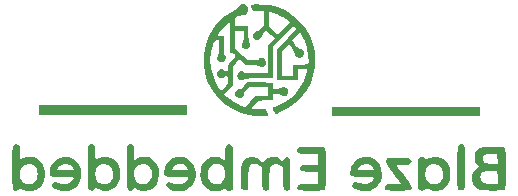
<source format=gbr>
%TF.GenerationSoftware,KiCad,Pcbnew,7.0.2*%
%TF.CreationDate,2024-01-21T19:49:34+02:00*%
%TF.ProjectId,illuminati_ws,696c6c75-6d69-46e6-9174-695f77732e6b,rev?*%
%TF.SameCoordinates,Original*%
%TF.FileFunction,Legend,Bot*%
%TF.FilePolarity,Positive*%
%FSLAX46Y46*%
G04 Gerber Fmt 4.6, Leading zero omitted, Abs format (unit mm)*
G04 Created by KiCad (PCBNEW 7.0.2) date 2024-01-21 19:49:34*
%MOMM*%
%LPD*%
G01*
G04 APERTURE LIST*
G04 APERTURE END LIST*
%TO.C,G\u002A\u002A\u002A*%
G36*
X168424836Y-124362294D02*
G01*
X155891576Y-124334026D01*
X155858916Y-123528118D01*
X168424836Y-123528118D01*
X168424836Y-124362294D01*
G37*
G36*
X143636214Y-124250656D02*
G01*
X131075164Y-124250656D01*
X131075164Y-123416958D01*
X143636214Y-123416958D01*
X143636214Y-124250656D01*
G37*
G36*
X167035340Y-126807330D02*
G01*
X167045784Y-126818088D01*
X167074612Y-126855356D01*
X167097350Y-126906666D01*
X167114716Y-126984160D01*
X167127432Y-127099976D01*
X167136218Y-127266254D01*
X167141798Y-127495134D01*
X167144890Y-127798754D01*
X167146216Y-128189254D01*
X167146498Y-128678774D01*
X167146306Y-129010746D01*
X167144984Y-129439018D01*
X167141884Y-129775798D01*
X167136398Y-130033020D01*
X167127926Y-130222614D01*
X167115862Y-130356516D01*
X167099600Y-130446660D01*
X167078540Y-130504974D01*
X167052074Y-130543398D01*
X166970276Y-130604294D01*
X166789338Y-130631144D01*
X166717322Y-130621022D01*
X166648668Y-130596922D01*
X166594730Y-130549146D01*
X166553888Y-130466758D01*
X166524520Y-130338826D01*
X166505004Y-130154416D01*
X166493718Y-129902594D01*
X166489040Y-129572428D01*
X166489348Y-129152982D01*
X166493024Y-128633324D01*
X166496916Y-128204658D01*
X166501700Y-127809612D01*
X166507636Y-127502490D01*
X166515542Y-127270918D01*
X166526234Y-127102516D01*
X166540528Y-126984910D01*
X166559244Y-126905720D01*
X166583200Y-126852570D01*
X166613210Y-126813082D01*
X166730258Y-126722572D01*
X166881738Y-126709540D01*
X167035340Y-126807330D01*
G37*
G36*
X165915264Y-129332540D02*
G01*
X165856932Y-129739128D01*
X165713222Y-130088976D01*
X165488856Y-130372544D01*
X165188560Y-130580290D01*
X165108424Y-130616160D01*
X164768446Y-130695986D01*
X164417938Y-130673424D01*
X164081440Y-130549164D01*
X163808122Y-130400404D01*
X163723394Y-130521374D01*
X163670764Y-130577604D01*
X163521774Y-130640054D01*
X163360946Y-130620384D01*
X163231270Y-130518814D01*
X163215996Y-130493274D01*
X163190328Y-130420836D01*
X163171424Y-130309382D01*
X163158350Y-130144484D01*
X163150170Y-129911722D01*
X163145948Y-129596668D01*
X163144978Y-129263904D01*
X163787690Y-129263904D01*
X163787788Y-129295404D01*
X163825468Y-129573776D01*
X163940656Y-129792378D01*
X164148620Y-129981572D01*
X164270652Y-130053584D01*
X164519264Y-130120410D01*
X164760178Y-130093156D01*
X164976670Y-129982300D01*
X165152016Y-129798314D01*
X165269488Y-129551672D01*
X165312364Y-129252844D01*
X165308458Y-129153818D01*
X165239812Y-128853032D01*
X165093174Y-128615696D01*
X164878446Y-128454036D01*
X164605534Y-128380278D01*
X164373882Y-128389774D01*
X164129594Y-128485770D01*
X163945798Y-128668500D01*
X163829496Y-128930400D01*
X163787690Y-129263904D01*
X163144978Y-129263904D01*
X163144748Y-129184898D01*
X163144890Y-128953830D01*
X163146388Y-128609742D01*
X163150564Y-128353516D01*
X163158682Y-128170092D01*
X163172010Y-128044418D01*
X163191812Y-127961440D01*
X163219356Y-127906100D01*
X163255908Y-127863348D01*
X163403510Y-127768362D01*
X163564030Y-127775404D01*
X163725006Y-127892796D01*
X163855316Y-128033402D01*
X164046058Y-127920862D01*
X164145964Y-127868612D01*
X164473486Y-127774618D01*
X164813202Y-127778792D01*
X165140484Y-127878468D01*
X165430698Y-128070972D01*
X165519398Y-128156288D01*
X165727194Y-128427526D01*
X165853730Y-128739818D01*
X165911588Y-129120618D01*
X165913882Y-129252844D01*
X165915264Y-129332540D01*
G37*
G36*
X134670598Y-129193812D02*
G01*
X134634496Y-129603420D01*
X134561846Y-129851444D01*
X134377364Y-130180590D01*
X134108046Y-130438294D01*
X133756388Y-130621664D01*
X133563004Y-130670452D01*
X133291340Y-130689188D01*
X133004374Y-130668006D01*
X132727242Y-130612264D01*
X132485082Y-130527318D01*
X132303028Y-130418528D01*
X132206220Y-130291252D01*
X132191044Y-130238520D01*
X132187408Y-130071298D01*
X132261792Y-129962340D01*
X132316944Y-129939504D01*
X132448720Y-129922114D01*
X132579508Y-129932550D01*
X132655738Y-129969798D01*
X132682918Y-129990936D01*
X132795516Y-130038034D01*
X132958028Y-130084900D01*
X133019178Y-130098124D01*
X133338782Y-130112464D01*
X133615344Y-130024350D01*
X133849080Y-129833724D01*
X133901722Y-129773138D01*
X133986138Y-129665438D01*
X134020474Y-129587406D01*
X133994546Y-129534266D01*
X133898180Y-129501248D01*
X133721196Y-129483574D01*
X133453412Y-129476470D01*
X133084654Y-129475164D01*
X132900672Y-129474976D01*
X132603442Y-129472764D01*
X132391434Y-129466564D01*
X132247306Y-129454534D01*
X132153708Y-129434830D01*
X132093300Y-129405608D01*
X132048732Y-129365022D01*
X131989310Y-129240542D01*
X131978482Y-129036640D01*
X132001118Y-128919366D01*
X132637182Y-128919366D01*
X133329040Y-128919366D01*
X133356602Y-128919346D01*
X133615596Y-128917182D01*
X133826704Y-128911944D01*
X133968834Y-128904368D01*
X134020898Y-128895194D01*
X133979876Y-128753806D01*
X133872740Y-128597720D01*
X133730488Y-128474960D01*
X133719582Y-128468452D01*
X133484988Y-128383042D01*
X133236774Y-128376568D01*
X133003378Y-128441366D01*
X132813236Y-128569772D01*
X132694788Y-128754120D01*
X132637182Y-128919366D01*
X132001118Y-128919366D01*
X132025530Y-128792892D01*
X132127818Y-128536898D01*
X132297302Y-128284532D01*
X132551390Y-128047242D01*
X132848212Y-127873624D01*
X133162736Y-127777904D01*
X133469926Y-127774304D01*
X133606324Y-127802862D01*
X133955022Y-127946118D01*
X134244836Y-128171038D01*
X134466730Y-128463424D01*
X134611664Y-128809080D01*
X134624856Y-128895194D01*
X134670598Y-129193812D01*
G37*
G36*
X161650952Y-127863454D02*
G01*
X161955060Y-127865436D01*
X162172494Y-127871426D01*
X162321146Y-127883378D01*
X162418912Y-127903240D01*
X162483690Y-127932968D01*
X162533370Y-127974508D01*
X162607736Y-128070414D01*
X162644530Y-128169038D01*
X162615812Y-128253530D01*
X162533370Y-128363566D01*
X162505026Y-128389476D01*
X162429870Y-128433408D01*
X162319972Y-128459312D01*
X162149896Y-128471610D01*
X161894202Y-128474726D01*
X161757738Y-128475860D01*
X161556306Y-128482482D01*
X161417744Y-128493702D01*
X161366192Y-128508000D01*
X161366884Y-128510776D01*
X161407678Y-128575950D01*
X161502220Y-128708558D01*
X161637666Y-128890952D01*
X161801166Y-129105484D01*
X161976902Y-129333674D01*
X162162598Y-129575268D01*
X162324420Y-129786260D01*
X162440336Y-129937956D01*
X162503192Y-130026604D01*
X162616048Y-130249894D01*
X162641846Y-130437162D01*
X162577834Y-130575646D01*
X162550394Y-130590952D01*
X162435126Y-130614132D01*
X162230816Y-130630114D01*
X161930144Y-130639362D01*
X161525786Y-130642342D01*
X161194382Y-130641186D01*
X160915128Y-130636392D01*
X160717140Y-130626660D01*
X160584650Y-130610706D01*
X160501890Y-130587248D01*
X160453094Y-130555002D01*
X160416982Y-130513346D01*
X160369136Y-130368840D01*
X160423290Y-130194048D01*
X160425392Y-130190188D01*
X160462598Y-130143814D01*
X160526604Y-130113660D01*
X160638494Y-130096330D01*
X160819348Y-130088424D01*
X161090248Y-130086542D01*
X161277822Y-130084316D01*
X161500626Y-130073780D01*
X161647020Y-130055976D01*
X161699672Y-130032444D01*
X161699672Y-130032382D01*
X161666824Y-129973078D01*
X161575878Y-129841216D01*
X161437534Y-129651474D01*
X161262494Y-129418530D01*
X161061456Y-129157060D01*
X161057772Y-129152320D01*
X160812450Y-128831888D01*
X160632876Y-128583256D01*
X160513110Y-128393510D01*
X160447212Y-128249728D01*
X160429240Y-128138992D01*
X160453256Y-128048386D01*
X160513318Y-127964990D01*
X160519358Y-127958520D01*
X160566518Y-127922084D01*
X160637936Y-127896230D01*
X160750992Y-127879196D01*
X160923064Y-127869214D01*
X161171526Y-127864520D01*
X161513756Y-127863348D01*
X161650952Y-127863454D01*
G37*
G36*
X160107464Y-129255200D02*
G01*
X160095086Y-129476326D01*
X159998628Y-129854970D01*
X159813782Y-130180694D01*
X159548962Y-130440642D01*
X159212586Y-130621958D01*
X159064088Y-130660790D01*
X158780606Y-130686024D01*
X158468428Y-130672440D01*
X158172058Y-130622884D01*
X157935994Y-130540208D01*
X157876982Y-130508218D01*
X157689164Y-130366136D01*
X157609454Y-130215282D01*
X157635432Y-130051722D01*
X157643584Y-130035446D01*
X157753602Y-129938668D01*
X157921666Y-129924818D01*
X158131426Y-129995744D01*
X158235630Y-130041312D01*
X158561336Y-130112000D01*
X158887996Y-130088972D01*
X159029252Y-130037160D01*
X159214564Y-129916724D01*
X159359590Y-129765912D01*
X159430736Y-129614114D01*
X159432780Y-129576950D01*
X159414872Y-129546240D01*
X159361234Y-129523992D01*
X159256786Y-129507982D01*
X159086448Y-129495988D01*
X158835140Y-129485790D01*
X158487784Y-129475164D01*
X158235152Y-129467594D01*
X157927266Y-129454744D01*
X157707364Y-129435262D01*
X157561400Y-129403208D01*
X157475326Y-129352644D01*
X157435098Y-129277636D01*
X157426668Y-129172242D01*
X157435990Y-129030526D01*
X157443284Y-128964418D01*
X157464437Y-128888816D01*
X158086980Y-128888816D01*
X158087624Y-128890134D01*
X158150442Y-128901534D01*
X158301094Y-128910824D01*
X158518538Y-128917076D01*
X158781728Y-128919366D01*
X158811722Y-128919338D01*
X159070984Y-128916574D01*
X159282228Y-128909950D01*
X159424408Y-128900388D01*
X159476476Y-128888816D01*
X159476324Y-128886672D01*
X159449996Y-128815424D01*
X159392166Y-128695226D01*
X159338262Y-128612122D01*
X159156788Y-128460798D01*
X158923002Y-128377896D01*
X158666942Y-128371044D01*
X158418640Y-128447878D01*
X158342674Y-128500720D01*
X158221696Y-128627386D01*
X158125928Y-128770762D01*
X158086980Y-128888816D01*
X157464437Y-128888816D01*
X157538598Y-128623758D01*
X157715842Y-128320144D01*
X157957794Y-128068384D01*
X158247228Y-127883282D01*
X158566920Y-127779648D01*
X158899648Y-127772286D01*
X159067624Y-127805336D01*
X159414752Y-127948308D01*
X159701306Y-128175838D01*
X159918278Y-128476866D01*
X160056666Y-128840338D01*
X160062602Y-128888816D01*
X160107464Y-129255200D01*
G37*
G36*
X147526032Y-129243404D02*
G01*
X147523500Y-129634160D01*
X147518652Y-129938254D01*
X147510934Y-130167560D01*
X147499792Y-130333954D01*
X147484672Y-130449308D01*
X147465020Y-130525496D01*
X147440284Y-130574394D01*
X147385872Y-130633194D01*
X147235762Y-130696242D01*
X147071038Y-130672306D01*
X146927930Y-130562244D01*
X146821206Y-130426566D01*
X146553208Y-130562244D01*
X146306138Y-130659132D01*
X145967902Y-130704714D01*
X145647522Y-130654422D01*
X145357422Y-130517118D01*
X145110028Y-130301664D01*
X144917768Y-130016924D01*
X144793068Y-129671760D01*
X144748354Y-129275034D01*
X144748642Y-129267134D01*
X145360566Y-129267134D01*
X145409782Y-129551264D01*
X145522618Y-129799780D01*
X145692670Y-129981056D01*
X145872390Y-130074200D01*
X146132526Y-130115482D01*
X146385760Y-130060596D01*
X146609756Y-129915582D01*
X146782168Y-129686480D01*
X146839820Y-129493186D01*
X146856654Y-129242264D01*
X146832124Y-128984562D01*
X146767030Y-128768358D01*
X146704216Y-128661344D01*
X146521876Y-128486814D01*
X146296046Y-128389910D01*
X146051260Y-128370494D01*
X145812048Y-128428430D01*
X145602944Y-128563576D01*
X145448478Y-128775796D01*
X145381380Y-128979020D01*
X145360566Y-129267134D01*
X144748642Y-129267134D01*
X144756138Y-129061402D01*
X144779262Y-128845300D01*
X144812438Y-128691444D01*
X144917758Y-128452344D01*
X145125766Y-128164620D01*
X145385524Y-127949436D01*
X145680446Y-127813622D01*
X145993948Y-127764012D01*
X146309448Y-127807436D01*
X146610360Y-127950728D01*
X146663158Y-127985962D01*
X146777224Y-128057292D01*
X146834526Y-128085668D01*
X146842626Y-128054852D01*
X146851530Y-127933564D01*
X146857602Y-127741654D01*
X146859846Y-127502078D01*
X146861238Y-127286514D01*
X146869192Y-127086980D01*
X146887600Y-126956458D01*
X146920270Y-126871168D01*
X146971006Y-126807330D01*
X147119368Y-126711030D01*
X147268658Y-126721492D01*
X147411612Y-126842616D01*
X147421566Y-126855498D01*
X147451838Y-126901526D01*
X147475676Y-126958654D01*
X147493846Y-127039390D01*
X147507114Y-127156238D01*
X147516250Y-127321710D01*
X147522018Y-127548310D01*
X147525190Y-127848548D01*
X147526530Y-128234930D01*
X147526806Y-128719964D01*
X147526802Y-128754112D01*
X147526034Y-129242264D01*
X147526032Y-129243404D01*
G37*
G36*
X144332748Y-129085960D02*
G01*
X144334230Y-129407706D01*
X144293470Y-129708552D01*
X144210332Y-129947594D01*
X144121580Y-130093542D01*
X143863238Y-130375288D01*
X143525054Y-130582264D01*
X143372650Y-130637826D01*
X143094162Y-130688338D01*
X142802068Y-130691052D01*
X142516946Y-130651096D01*
X142259370Y-130573592D01*
X142049914Y-130463664D01*
X141909152Y-130326436D01*
X141857658Y-130167030D01*
X141863990Y-130094528D01*
X141927150Y-129980868D01*
X142062492Y-129936966D01*
X142275472Y-129961964D01*
X142571548Y-130055008D01*
X142784560Y-130107482D01*
X143086514Y-130095340D01*
X143364228Y-129986652D01*
X143593294Y-129787800D01*
X143655960Y-129687636D01*
X143690558Y-129572428D01*
X143689092Y-129553598D01*
X143669798Y-129523046D01*
X143615914Y-129501594D01*
X143512126Y-129487660D01*
X143343122Y-129479664D01*
X143093590Y-129476026D01*
X142748218Y-129475164D01*
X142716562Y-129475164D01*
X142380726Y-129474628D01*
X142137626Y-129471572D01*
X141970222Y-129463778D01*
X141861462Y-129449024D01*
X141794304Y-129425092D01*
X141751702Y-129389760D01*
X141716610Y-129340810D01*
X141666590Y-129206986D01*
X141666898Y-128984912D01*
X141709931Y-128818604D01*
X142357878Y-128818604D01*
X142359272Y-128839028D01*
X142379358Y-128875286D01*
X142437748Y-128898698D01*
X142552650Y-128912014D01*
X142742276Y-128917986D01*
X143024836Y-128919366D01*
X143097288Y-128919268D01*
X143385152Y-128914394D01*
X143573690Y-128897300D01*
X143672656Y-128861294D01*
X143691796Y-128799682D01*
X143640866Y-128705772D01*
X143529614Y-128572868D01*
X143446288Y-128486300D01*
X143351030Y-128423538D01*
X143226982Y-128396898D01*
X143033044Y-128391356D01*
X142910758Y-128393200D01*
X142753862Y-128411386D01*
X142640712Y-128460546D01*
X142528266Y-128554600D01*
X142490888Y-128592870D01*
X142395922Y-128718872D01*
X142357878Y-128818604D01*
X141709931Y-128818604D01*
X141732892Y-128729868D01*
X141857316Y-128467488D01*
X142032912Y-128223412D01*
X142108772Y-128143232D01*
X142402250Y-127924092D01*
X142724710Y-127801260D01*
X143059980Y-127772324D01*
X143391890Y-127834874D01*
X143704262Y-127986500D01*
X143980926Y-128224788D01*
X144205708Y-128547330D01*
X144289158Y-128784220D01*
X144291392Y-128799682D01*
X144332748Y-129085960D01*
G37*
G36*
X137932966Y-129506664D02*
G01*
X137912606Y-129691072D01*
X137870612Y-129842376D01*
X137800328Y-129997842D01*
X137674758Y-130200158D01*
X137422850Y-130456608D01*
X137120092Y-130623730D01*
X136814732Y-130690600D01*
X136459138Y-130670254D01*
X136124766Y-130549164D01*
X135851448Y-130400404D01*
X135766720Y-130521374D01*
X135714090Y-130577604D01*
X135565100Y-130640054D01*
X135404272Y-130620384D01*
X135274596Y-130518814D01*
X135272342Y-130515516D01*
X135248096Y-130464910D01*
X135228870Y-130386078D01*
X135214110Y-130267170D01*
X135203270Y-130096342D01*
X135195796Y-129861746D01*
X135191140Y-129551536D01*
X135189343Y-129252844D01*
X135831706Y-129252844D01*
X135869260Y-129562200D01*
X135987236Y-129813718D01*
X136182150Y-129989222D01*
X136235518Y-130018230D01*
X136513208Y-130107116D01*
X136775168Y-130096454D01*
X137005894Y-129995970D01*
X137189892Y-129815388D01*
X137311656Y-129564438D01*
X137355690Y-129252844D01*
X137351784Y-129153818D01*
X137283138Y-128853032D01*
X137136500Y-128615696D01*
X136921772Y-128454036D01*
X136648860Y-128380278D01*
X136422526Y-128389170D01*
X136176888Y-128484042D01*
X135991314Y-128665192D01*
X135873640Y-128924250D01*
X135831706Y-129252844D01*
X135189343Y-129252844D01*
X135188748Y-129153866D01*
X135188074Y-128656890D01*
X135188086Y-128524996D01*
X135188574Y-128064774D01*
X135190312Y-127700420D01*
X135194036Y-127419708D01*
X135200482Y-127210414D01*
X135210382Y-127060314D01*
X135224472Y-126957180D01*
X135243488Y-126888788D01*
X135268164Y-126842914D01*
X135299234Y-126807330D01*
X135397964Y-126733608D01*
X135507658Y-126697022D01*
X135611102Y-126712520D01*
X135724604Y-126791064D01*
X135800078Y-126945668D01*
X135842048Y-127187120D01*
X135855032Y-127526214D01*
X135855682Y-127641100D01*
X135860452Y-127840730D01*
X135868842Y-127978630D01*
X135879646Y-128030088D01*
X135888110Y-128027938D01*
X135966790Y-127989844D01*
X136092192Y-127919204D01*
X136193132Y-127866582D01*
X136519250Y-127774076D01*
X136858084Y-127779134D01*
X137184666Y-127879012D01*
X137474024Y-128070972D01*
X137560778Y-128152778D01*
X137744026Y-128368530D01*
X137859748Y-128598564D01*
X137920370Y-128873772D01*
X137938324Y-129225054D01*
X137938346Y-129251888D01*
X137938326Y-129252844D01*
X137932966Y-129506664D01*
G37*
G36*
X141259540Y-129362004D02*
G01*
X141186254Y-129767394D01*
X141030462Y-130114950D01*
X140798312Y-130393670D01*
X140495952Y-130592550D01*
X140400888Y-130630350D01*
X140094548Y-130688900D01*
X139774088Y-130673274D01*
X139475192Y-130587870D01*
X139233544Y-130437078D01*
X139167418Y-130392626D01*
X139134244Y-130407438D01*
X139134146Y-130411838D01*
X139082688Y-130517740D01*
X138966408Y-130605652D01*
X138828556Y-130642342D01*
X138814684Y-130642318D01*
X138736468Y-130638626D01*
X138673646Y-130621048D01*
X138624532Y-130578778D01*
X138587438Y-130501004D01*
X138560680Y-130376920D01*
X138542570Y-130195718D01*
X138531420Y-129946588D01*
X138525544Y-129618724D01*
X138523847Y-129309462D01*
X139135506Y-129309462D01*
X139182044Y-129580756D01*
X139296276Y-129817986D01*
X139478966Y-129994698D01*
X139678598Y-130088570D01*
X139926348Y-130120076D01*
X140155506Y-130065362D01*
X140354842Y-129938414D01*
X140513124Y-129753214D01*
X140619122Y-129523748D01*
X140661602Y-129264000D01*
X140629332Y-128987954D01*
X140511084Y-128709594D01*
X140469406Y-128648146D01*
X140273968Y-128473114D01*
X140031100Y-128377572D01*
X139770840Y-128369238D01*
X139523224Y-128455826D01*
X139394466Y-128555790D01*
X139242480Y-128770520D01*
X139155906Y-129030564D01*
X139135506Y-129309462D01*
X138523847Y-129309462D01*
X138523254Y-129201316D01*
X138522866Y-128683558D01*
X138523036Y-128374168D01*
X138524330Y-127936140D01*
X138527386Y-127590498D01*
X138532778Y-127325476D01*
X138541078Y-127129306D01*
X138552860Y-126990222D01*
X138568702Y-126896456D01*
X138589174Y-126836242D01*
X138614850Y-126797812D01*
X138695022Y-126730502D01*
X138840072Y-126703984D01*
X139010718Y-126782692D01*
X139018936Y-126788534D01*
X139071814Y-126836560D01*
X139105520Y-126903672D01*
X139124320Y-127012882D01*
X139132474Y-127187204D01*
X139134244Y-127449650D01*
X139135594Y-127633502D01*
X139141004Y-127838478D01*
X139149592Y-127978348D01*
X139160324Y-128030088D01*
X139177458Y-128025090D01*
X139270368Y-127983582D01*
X139409598Y-127913752D01*
X139702892Y-127800986D01*
X140041262Y-127764492D01*
X140362364Y-127822440D01*
X140653506Y-127965916D01*
X140901992Y-128186004D01*
X141095128Y-128473786D01*
X141220218Y-128820344D01*
X141264572Y-129216762D01*
X141262936Y-129264000D01*
X141259540Y-129362004D01*
G37*
G36*
X131587100Y-129446658D02*
G01*
X131500840Y-129807900D01*
X131341226Y-130132486D01*
X131114038Y-130400632D01*
X130825054Y-130592550D01*
X130780082Y-130612078D01*
X130448850Y-130690530D01*
X130100386Y-130673096D01*
X129767036Y-130560750D01*
X129763394Y-130558906D01*
X129607892Y-130482962D01*
X129517026Y-130455002D01*
X129457042Y-130472506D01*
X129394182Y-130532960D01*
X129289198Y-130604348D01*
X129134508Y-130642342D01*
X129124224Y-130642328D01*
X129043908Y-130638882D01*
X128979376Y-130621812D01*
X128928904Y-130580282D01*
X128890760Y-130503454D01*
X128863222Y-130380490D01*
X128844564Y-130200554D01*
X128833056Y-129952808D01*
X128826974Y-129626416D01*
X128825207Y-129318210D01*
X129465058Y-129318210D01*
X129512658Y-129585576D01*
X129626570Y-129819732D01*
X129808068Y-129994698D01*
X129962886Y-130070958D01*
X130228776Y-130115094D01*
X130486074Y-130061506D01*
X130712640Y-129916524D01*
X130886324Y-129686480D01*
X130943976Y-129493186D01*
X130960810Y-129242264D01*
X130936282Y-128984562D01*
X130871188Y-128768358D01*
X130833190Y-128698304D01*
X130654650Y-128503556D01*
X130422024Y-128392268D01*
X130157634Y-128371658D01*
X129883804Y-128448950D01*
X129707406Y-128576708D01*
X129563706Y-128787792D01*
X129482498Y-129043622D01*
X129465058Y-129318210D01*
X128825207Y-129318210D01*
X128824590Y-129210538D01*
X128824180Y-128694338D01*
X128824184Y-128627438D01*
X128824634Y-128149214D01*
X128826320Y-127768492D01*
X128829920Y-127473124D01*
X128836122Y-127250966D01*
X128845606Y-127089868D01*
X128859060Y-126977686D01*
X128877162Y-126902272D01*
X128900602Y-126851482D01*
X128930058Y-126813166D01*
X129028218Y-126730518D01*
X129172248Y-126704458D01*
X129339822Y-126782692D01*
X129348038Y-126788534D01*
X129400916Y-126836560D01*
X129434624Y-126903672D01*
X129453424Y-127012882D01*
X129461578Y-127187204D01*
X129463348Y-127449650D01*
X129464696Y-127633502D01*
X129470106Y-127838478D01*
X129478694Y-127978348D01*
X129489426Y-128030088D01*
X129506560Y-128025090D01*
X129599472Y-127983582D01*
X129738702Y-127913752D01*
X129964528Y-127820992D01*
X130312192Y-127767060D01*
X130649782Y-127813502D01*
X130960760Y-127954626D01*
X131228588Y-128184736D01*
X131436730Y-128498146D01*
X131516448Y-128693348D01*
X131594230Y-129068546D01*
X131590954Y-129242264D01*
X131587100Y-129446658D01*
G37*
G36*
X154419408Y-126918914D02*
G01*
X154706104Y-126921656D01*
X154911162Y-126928434D01*
X155051452Y-126940936D01*
X155143842Y-126960848D01*
X155205204Y-126989858D01*
X155252406Y-127029650D01*
X155283822Y-127065624D01*
X155309008Y-127112508D01*
X155328254Y-127182388D01*
X155342358Y-127287864D01*
X155352114Y-127441526D01*
X155358318Y-127655968D01*
X155361764Y-127943788D01*
X155363248Y-128317580D01*
X155363566Y-128789934D01*
X155363542Y-128904700D01*
X155362660Y-129359778D01*
X155360036Y-129718700D01*
X155355026Y-129993744D01*
X155346982Y-130197194D01*
X155335262Y-130341332D01*
X155319218Y-130438442D01*
X155298208Y-130500802D01*
X155271582Y-130540700D01*
X155245004Y-130565832D01*
X155191476Y-130595232D01*
X155107182Y-130616044D01*
X154976046Y-130629718D01*
X154781990Y-130637694D01*
X154508936Y-130641420D01*
X154140810Y-130642342D01*
X154129912Y-130642342D01*
X153767160Y-130641626D01*
X153498744Y-130638422D01*
X153308272Y-130631084D01*
X153179352Y-130617958D01*
X153095592Y-130597400D01*
X153040600Y-130567758D01*
X152997984Y-130527384D01*
X152941650Y-130457330D01*
X152925770Y-130377148D01*
X152977466Y-130263380D01*
X152998000Y-130227732D01*
X153035414Y-130179678D01*
X153090830Y-130146380D01*
X153182868Y-130124126D01*
X153330148Y-130109210D01*
X153551286Y-130097918D01*
X153864900Y-130086542D01*
X154668818Y-130058752D01*
X154668818Y-129058316D01*
X154005320Y-129042566D01*
X153757894Y-129032792D01*
X153522872Y-129014888D01*
X153352042Y-128991908D01*
X153268888Y-128966286D01*
X153239370Y-128931016D01*
X153200416Y-128798280D01*
X153210254Y-128648032D01*
X153268888Y-128538966D01*
X153339576Y-128515790D01*
X153502814Y-128492442D01*
X153732556Y-128473930D01*
X154005320Y-128462686D01*
X154668818Y-128446936D01*
X154684962Y-127988402D01*
X154701104Y-127529868D01*
X153920738Y-127529868D01*
X153664060Y-127529072D01*
X153424720Y-127524480D01*
X153261242Y-127513600D01*
X153153952Y-127493982D01*
X153083168Y-127463168D01*
X153029212Y-127418710D01*
X152954846Y-127322804D01*
X152918052Y-127224180D01*
X152946770Y-127139686D01*
X153029212Y-127029650D01*
X153063930Y-126998742D01*
X153120164Y-126967192D01*
X153203202Y-126945160D01*
X153329918Y-126930962D01*
X153517176Y-126922908D01*
X153781850Y-126919314D01*
X154140810Y-126918490D01*
X154419408Y-126918914D01*
G37*
G36*
X170592450Y-128814058D02*
G01*
X170592214Y-129198144D01*
X170590866Y-129603720D01*
X170589966Y-129694608D01*
X170587740Y-129919164D01*
X170582186Y-130156322D01*
X170573552Y-130327034D01*
X170561186Y-130443146D01*
X170544438Y-130516500D01*
X170522654Y-130558940D01*
X170495186Y-130582310D01*
X170493170Y-130583420D01*
X170392318Y-130606426D01*
X170205220Y-130623426D01*
X169955616Y-130634468D01*
X169667246Y-130639600D01*
X169363850Y-130638868D01*
X169069168Y-130632320D01*
X168806942Y-130620004D01*
X168600910Y-130601970D01*
X168474814Y-130578260D01*
X168290846Y-130501356D01*
X168034684Y-130316058D01*
X167863782Y-130064252D01*
X167836038Y-129996698D01*
X167770246Y-129705640D01*
X167773072Y-129452758D01*
X168448536Y-129452758D01*
X168466302Y-129687970D01*
X168565334Y-129882004D01*
X168734826Y-130008552D01*
X168839484Y-130039628D01*
X169030348Y-130069254D01*
X169253782Y-130085342D01*
X169481218Y-130087798D01*
X169684086Y-130076526D01*
X169833816Y-130051432D01*
X169901844Y-130012422D01*
X169906002Y-129995590D01*
X169915384Y-129880064D01*
X169918282Y-129694608D01*
X169913994Y-129470518D01*
X169897702Y-129002736D01*
X169397484Y-128987874D01*
X169182604Y-128986568D01*
X168886352Y-129012892D01*
X168676560Y-129079732D01*
X168540684Y-129192030D01*
X168466178Y-129354728D01*
X168448536Y-129452758D01*
X167773072Y-129452758D01*
X167773610Y-129404606D01*
X167840398Y-129121362D01*
X167964882Y-128883674D01*
X168141330Y-128719308D01*
X168164928Y-128705048D01*
X168270702Y-128631320D01*
X168313676Y-128583592D01*
X168313006Y-128579636D01*
X168268010Y-128515660D01*
X168174102Y-128418560D01*
X168037170Y-128234086D01*
X167959542Y-127982356D01*
X167959533Y-127901196D01*
X168651154Y-127901196D01*
X168666580Y-128091968D01*
X168758314Y-128252408D01*
X168787584Y-128279074D01*
X168862838Y-128322630D01*
X168973070Y-128348302D01*
X169143644Y-128360482D01*
X169399918Y-128363566D01*
X169930362Y-128363566D01*
X169897702Y-127557658D01*
X169389270Y-127557658D01*
X169349804Y-127557716D01*
X169107218Y-127562776D01*
X168946104Y-127579158D01*
X168840386Y-127611272D01*
X168763996Y-127663538D01*
X168711596Y-127725792D01*
X168651154Y-127901196D01*
X167959533Y-127901196D01*
X167959512Y-127710522D01*
X168032944Y-127445660D01*
X168175708Y-127214844D01*
X168383674Y-127045154D01*
X168413168Y-127030314D01*
X168513108Y-126995162D01*
X168650432Y-126969340D01*
X168843578Y-126950860D01*
X169110992Y-126937738D01*
X169471114Y-126927984D01*
X169500368Y-126927372D01*
X169836000Y-126921706D01*
X170079520Y-126921722D01*
X170248576Y-126928772D01*
X170360818Y-126944204D01*
X170433892Y-126969370D01*
X170485448Y-127005622D01*
X170487458Y-127007454D01*
X170517204Y-127040470D01*
X170540744Y-127086910D01*
X170558800Y-127158990D01*
X170572094Y-127268926D01*
X170581350Y-127428936D01*
X170587290Y-127651238D01*
X170590640Y-127948048D01*
X170592118Y-128331582D01*
X170592140Y-128363566D01*
X170592450Y-128814058D01*
G37*
G36*
X149253708Y-127777350D02*
G01*
X149549732Y-127887582D01*
X149837952Y-128095826D01*
X149956132Y-128201900D01*
X150039000Y-128261046D01*
X150082886Y-128258260D01*
X150109604Y-128202074D01*
X150150504Y-128118782D01*
X150294242Y-127967816D01*
X150495324Y-127845978D01*
X150718744Y-127777658D01*
X150925352Y-127767676D01*
X151244032Y-127838920D01*
X151532316Y-128013990D01*
X151568938Y-128044080D01*
X151666698Y-128115742D01*
X151711538Y-128134268D01*
X151731524Y-128098120D01*
X151784422Y-128002298D01*
X151815230Y-127955636D01*
X151949526Y-127851340D01*
X152106952Y-127826256D01*
X152249410Y-127889614D01*
X152279010Y-127919512D01*
X152308366Y-127966128D01*
X152329882Y-128036224D01*
X152344768Y-128144412D01*
X152354236Y-128305304D01*
X152359498Y-128533514D01*
X152361766Y-128843656D01*
X152362254Y-129250342D01*
X152361994Y-129426244D01*
X152358454Y-129840122D01*
X152350448Y-130153918D01*
X152337568Y-130375716D01*
X152319406Y-130513596D01*
X152295558Y-130575646D01*
X152221800Y-130617426D01*
X152087134Y-130641490D01*
X152063406Y-130641252D01*
X151961944Y-130633634D01*
X151887540Y-130604390D01*
X151835320Y-130538598D01*
X151800414Y-130421342D01*
X151777952Y-130237704D01*
X151763062Y-129972762D01*
X151750876Y-129611600D01*
X151723086Y-128687676D01*
X151541574Y-128525622D01*
X151475938Y-128474292D01*
X151255952Y-128377594D01*
X151026006Y-128367794D01*
X150820544Y-128448576D01*
X150769236Y-128492584D01*
X150695692Y-128603640D01*
X150643026Y-128768494D01*
X150608608Y-129001370D01*
X150589812Y-129316482D01*
X150584008Y-129728052D01*
X150583626Y-129875682D01*
X150578314Y-130174994D01*
X150563036Y-130384924D01*
X150533108Y-130521004D01*
X150483844Y-130598768D01*
X150410562Y-130633754D01*
X150308578Y-130641490D01*
X150284852Y-130641252D01*
X150183390Y-130633634D01*
X150108984Y-130604390D01*
X150056764Y-130538598D01*
X150021858Y-130421342D01*
X149999396Y-130237704D01*
X149984506Y-129972762D01*
X149972320Y-129611600D01*
X149944530Y-128687676D01*
X149763018Y-128525622D01*
X149584344Y-128404516D01*
X149384200Y-128363566D01*
X149378488Y-128363576D01*
X149194744Y-128379218D01*
X149053734Y-128432804D01*
X148950182Y-128536444D01*
X148878820Y-128702248D01*
X148834374Y-128942326D01*
X148811572Y-129268788D01*
X148805142Y-129693744D01*
X148805130Y-129741894D01*
X148803756Y-130051450D01*
X148798606Y-130269828D01*
X148787550Y-130414690D01*
X148768458Y-130503698D01*
X148739196Y-130554516D01*
X148697636Y-130584806D01*
X148618826Y-130618800D01*
X148431916Y-130633430D01*
X148276880Y-130550780D01*
X148262798Y-130534984D01*
X148234162Y-130482044D01*
X148214406Y-130397500D01*
X148202494Y-130265450D01*
X148197386Y-130069996D01*
X148198046Y-129795242D01*
X148203436Y-129425286D01*
X148206852Y-129242518D01*
X148215090Y-128915310D01*
X148225918Y-128673362D01*
X148241214Y-128498896D01*
X148262860Y-128374136D01*
X148292732Y-128281310D01*
X148332714Y-128202638D01*
X148464686Y-128024382D01*
X148696600Y-127846786D01*
X148964470Y-127764096D01*
X149253708Y-127777350D01*
G37*
G36*
X153291722Y-116444826D02*
G01*
X153705456Y-116990096D01*
X154032950Y-117584366D01*
X154272174Y-118216142D01*
X154421098Y-118873932D01*
X154477694Y-119546242D01*
X154473780Y-119616246D01*
X154439934Y-120221582D01*
X154305788Y-120888460D01*
X154073228Y-121535380D01*
X153740226Y-122150852D01*
X153701632Y-122209868D01*
X153259130Y-122780326D01*
X152742574Y-123269038D01*
X152149530Y-123678002D01*
X151477570Y-124009212D01*
X151335110Y-124066074D01*
X151194838Y-124117744D01*
X151123626Y-124138178D01*
X151108946Y-124128090D01*
X151056436Y-124049134D01*
X150989448Y-123921834D01*
X150925230Y-123782498D01*
X150881030Y-123667428D01*
X150874096Y-123612930D01*
X150927222Y-123590988D01*
X151057020Y-123541618D01*
X151234440Y-123475938D01*
X151391528Y-123413292D01*
X151901816Y-123139956D01*
X152385126Y-122778672D01*
X152824958Y-122347166D01*
X153204808Y-121863156D01*
X153508170Y-121344364D01*
X153718540Y-120808512D01*
X153728574Y-120774446D01*
X153785614Y-120568162D01*
X153795990Y-120444996D01*
X153744038Y-120383536D01*
X153614092Y-120362364D01*
X153390482Y-120360066D01*
X152973632Y-120360066D01*
X152973632Y-121304924D01*
X151250656Y-121304924D01*
X151250656Y-120915864D01*
X151639716Y-120915864D01*
X152584574Y-120915864D01*
X152584574Y-119971006D01*
X153222682Y-119971006D01*
X153458814Y-119970558D01*
X153655110Y-119966514D01*
X153776966Y-119954740D01*
X153844370Y-119931100D01*
X153877308Y-119891454D01*
X153895766Y-119831664D01*
X153902052Y-119798944D01*
X153908500Y-119616246D01*
X153890522Y-119363452D01*
X153852436Y-119069842D01*
X153798560Y-118764694D01*
X153733208Y-118477290D01*
X153660694Y-118236910D01*
X153568208Y-118001630D01*
X153453696Y-117744240D01*
X153347394Y-117534956D01*
X153180340Y-117238732D01*
X152854666Y-117561006D01*
X152804610Y-117610984D01*
X152664008Y-117756786D01*
X152565876Y-117866900D01*
X152528994Y-117920592D01*
X152530004Y-117925324D01*
X152570784Y-117997950D01*
X152659246Y-118130250D01*
X152778988Y-118297496D01*
X152784554Y-118305042D01*
X152939704Y-118497890D01*
X153059372Y-118604384D01*
X153157566Y-118637090D01*
X153275982Y-118666784D01*
X153407792Y-118750414D01*
X153412186Y-118754576D01*
X153508150Y-118910444D01*
X153520280Y-119085176D01*
X153459774Y-119248038D01*
X153337828Y-119368294D01*
X153165636Y-119415208D01*
X153058556Y-119390128D01*
X152913144Y-119297758D01*
X152798090Y-119169528D01*
X152751312Y-119039796D01*
X152749930Y-119027298D01*
X152706748Y-118921228D01*
X152615272Y-118762674D01*
X152492070Y-118580956D01*
X152232828Y-118224680D01*
X151639916Y-118887200D01*
X151639716Y-120915864D01*
X151250656Y-120915864D01*
X151250656Y-118687248D01*
X152056564Y-117820782D01*
X152140186Y-117730568D01*
X152370572Y-117478618D01*
X152569108Y-117256534D01*
X152724678Y-117077062D01*
X152826172Y-116952938D01*
X152862472Y-116896908D01*
X152854274Y-116864100D01*
X152794434Y-116768396D01*
X152709566Y-116676984D01*
X152639342Y-116636214D01*
X152625522Y-116645234D01*
X152546526Y-116719182D01*
X152409184Y-116858030D01*
X152224758Y-117050116D01*
X152004508Y-117283772D01*
X151759698Y-117547338D01*
X150919218Y-118458462D01*
X150904302Y-119784428D01*
X150889388Y-121110394D01*
X149714218Y-121125378D01*
X149599614Y-121126918D01*
X149220798Y-121133796D01*
X148936202Y-121142898D01*
X148732364Y-121155282D01*
X148595820Y-121171998D01*
X148513106Y-121194100D01*
X148470760Y-121222642D01*
X148425688Y-121261072D01*
X148280246Y-121301410D01*
X148113344Y-121278078D01*
X147971444Y-121193764D01*
X147935426Y-121152408D01*
X147863982Y-120978036D01*
X147888484Y-120796406D01*
X148006730Y-120642000D01*
X148134944Y-120560290D01*
X148291848Y-120534634D01*
X148447144Y-120608408D01*
X148465198Y-120620124D01*
X148543998Y-120648464D01*
X148673042Y-120668612D01*
X148867544Y-120681754D01*
X149142720Y-120689078D01*
X149513786Y-120691778D01*
X150472538Y-120693544D01*
X150472538Y-118342142D01*
X151050650Y-117730874D01*
X150719910Y-117435002D01*
X150681168Y-117400858D01*
X150517522Y-117267524D01*
X150382300Y-117173652D01*
X150301592Y-117137782D01*
X150240444Y-117151522D01*
X150119588Y-117242940D01*
X150012498Y-117392836D01*
X149945700Y-117569060D01*
X149916278Y-117661406D01*
X149799844Y-117815408D01*
X149636330Y-117890860D01*
X149454086Y-117879120D01*
X149281458Y-117771548D01*
X149205294Y-117637362D01*
X149201902Y-117467738D01*
X149267762Y-117305694D01*
X149388850Y-117184252D01*
X149551146Y-117136434D01*
X149595576Y-117130328D01*
X149736402Y-117050068D01*
X149912056Y-116872428D01*
X150033115Y-116731190D01*
X150528118Y-116731190D01*
X150912446Y-117072762D01*
X151004194Y-117153826D01*
X151158374Y-117287614D01*
X151268558Y-117379906D01*
X151315400Y-117414304D01*
X151318352Y-117412686D01*
X151374192Y-117359770D01*
X151487814Y-117243246D01*
X151644634Y-117078264D01*
X151830064Y-116879968D01*
X152326102Y-116345658D01*
X152191332Y-116241676D01*
X152189756Y-116240462D01*
X152007258Y-116119378D01*
X151765496Y-115985448D01*
X151490352Y-115850142D01*
X151207708Y-115724934D01*
X150943450Y-115621294D01*
X150723456Y-115550698D01*
X150573610Y-115524618D01*
X150558170Y-115560602D01*
X150542610Y-115687368D01*
X150532024Y-115883996D01*
X150528118Y-116127904D01*
X150528118Y-116731190D01*
X150033115Y-116731190D01*
X150138342Y-116608424D01*
X150138700Y-116040894D01*
X150139058Y-115473366D01*
X149657752Y-115457306D01*
X149176444Y-115441248D01*
X149091060Y-115206662D01*
X149068646Y-115138386D01*
X149040280Y-115002574D01*
X149049064Y-114928762D01*
X149061402Y-114920658D01*
X149170330Y-114897252D01*
X149360202Y-114884594D01*
X149607630Y-114881904D01*
X149889222Y-114888392D01*
X150181584Y-114903278D01*
X150461328Y-114925778D01*
X150705060Y-114955104D01*
X150889388Y-114990472D01*
X151071464Y-115043904D01*
X151477592Y-115195966D01*
X151899506Y-115390152D01*
X152295392Y-115606354D01*
X152623436Y-115824458D01*
X152793772Y-115960046D01*
X153189860Y-116345658D01*
X153291722Y-116444826D01*
G37*
G36*
X148737788Y-119581948D02*
G01*
X149181508Y-119581948D01*
X149246718Y-119581624D01*
X149476598Y-119571490D01*
X149619454Y-119544844D01*
X149694420Y-119498578D01*
X149747490Y-119456734D01*
X149896086Y-119419096D01*
X150064890Y-119436196D01*
X150204158Y-119507192D01*
X150252946Y-119571076D01*
X150300374Y-119734148D01*
X150290680Y-119910440D01*
X150222100Y-120046766D01*
X150093690Y-120140702D01*
X149919258Y-120165484D01*
X149717110Y-120086522D01*
X149656366Y-120053808D01*
X149514044Y-120003652D01*
X149330844Y-119978130D01*
X149071962Y-119971006D01*
X148622598Y-119971006D01*
X148331736Y-119722518D01*
X148040876Y-119474028D01*
X147756050Y-119801498D01*
X147471226Y-120128970D01*
X147471226Y-121794446D01*
X147124134Y-122129918D01*
X146777042Y-122465392D01*
X146943498Y-122639916D01*
X147034302Y-122726758D01*
X147280044Y-122920884D01*
X147578408Y-123119592D01*
X147894582Y-123300564D01*
X148193764Y-123441486D01*
X148555032Y-123588358D01*
X148716318Y-123405394D01*
X148824694Y-123284524D01*
X148984898Y-123109094D01*
X149150208Y-122930634D01*
X149422814Y-122638840D01*
X150472538Y-122638840D01*
X150472538Y-121860722D01*
X148870170Y-121860722D01*
X148643126Y-122118656D01*
X148543186Y-122244782D01*
X148451464Y-122393436D01*
X148416084Y-122499102D01*
X148410554Y-122556992D01*
X148338176Y-122693874D01*
X148204888Y-122775010D01*
X148039986Y-122794852D01*
X147872764Y-122747860D01*
X147732516Y-122628486D01*
X147679996Y-122550454D01*
X147651652Y-122445474D01*
X147689092Y-122316110D01*
X147745200Y-122223890D01*
X147859312Y-122116030D01*
X147983460Y-122051460D01*
X148081290Y-122054440D01*
X148086360Y-122055750D01*
X148153162Y-122019084D01*
X148267414Y-121919732D01*
X148407592Y-121776060D01*
X148687962Y-121469294D01*
X149788674Y-121484374D01*
X150889388Y-121499454D01*
X150923268Y-122027462D01*
X151212016Y-122025694D01*
X151297762Y-122022168D01*
X151484720Y-121992908D01*
X151608654Y-121942324D01*
X151687448Y-121895228D01*
X151866518Y-121862548D01*
X152030090Y-121915896D01*
X152149358Y-122041388D01*
X152195514Y-122225142D01*
X152180716Y-122345942D01*
X152094866Y-122513038D01*
X151954196Y-122613410D01*
X151783770Y-122632870D01*
X151608654Y-122557238D01*
X151567406Y-122534070D01*
X151411252Y-122491212D01*
X151212016Y-122473868D01*
X150923268Y-122472100D01*
X150906328Y-122736106D01*
X150889388Y-123000110D01*
X150240326Y-123015734D01*
X149591262Y-123031358D01*
X149308486Y-123357772D01*
X149025708Y-123684186D01*
X149303668Y-123722414D01*
X149452540Y-123736566D01*
X149703600Y-123745794D01*
X149950258Y-123741686D01*
X150318890Y-123722730D01*
X150423292Y-123988518D01*
X150455546Y-124072018D01*
X150490528Y-124196644D01*
X150465276Y-124265702D01*
X150362984Y-124301264D01*
X150166848Y-124325410D01*
X150140462Y-124327714D01*
X149960440Y-124333646D01*
X149722950Y-124331444D01*
X149472100Y-124321362D01*
X148852450Y-124244424D01*
X148166236Y-124057406D01*
X147517548Y-123769224D01*
X146916118Y-123384312D01*
X146371678Y-122907110D01*
X146074294Y-122576444D01*
X145661606Y-121988062D01*
X145347360Y-121348388D01*
X145132484Y-120659112D01*
X145113066Y-120568408D01*
X145051640Y-120122196D01*
X145030020Y-119632718D01*
X145031559Y-119588414D01*
X145598884Y-119588414D01*
X145652576Y-120235810D01*
X145809794Y-120877040D01*
X146069588Y-121499702D01*
X146158676Y-121665528D01*
X146276748Y-121865968D01*
X146376066Y-122015014D01*
X146512570Y-122197094D01*
X146797368Y-121885480D01*
X146888408Y-121784794D01*
X146997420Y-121650774D01*
X147055276Y-121540348D01*
X147078138Y-121417164D01*
X147082166Y-121244864D01*
X147081562Y-121187590D01*
X147062374Y-121002386D01*
X147009286Y-120918174D01*
X146912908Y-120928528D01*
X146763854Y-121027024D01*
X146634002Y-121105014D01*
X146516346Y-121138184D01*
X146420598Y-121111550D01*
X146287140Y-121011630D01*
X146180748Y-120873148D01*
X146137308Y-120734342D01*
X146181978Y-120573090D01*
X146299158Y-120446472D01*
X146457136Y-120372906D01*
X146624174Y-120367018D01*
X146768536Y-120443436D01*
X146832318Y-120488670D01*
X146967036Y-120526806D01*
X147004878Y-120524290D01*
X147054910Y-120493500D01*
X147077126Y-120405832D01*
X147082166Y-120234240D01*
X147085276Y-120104654D01*
X147105144Y-119990196D01*
X147156628Y-119883324D01*
X147254568Y-119754510D01*
X147413802Y-119574226D01*
X147558168Y-119412178D01*
X147654976Y-119292476D01*
X147695140Y-119216486D01*
X147688686Y-119164414D01*
X147645640Y-119116464D01*
X147549536Y-119059628D01*
X147397374Y-119026148D01*
X147248906Y-119026148D01*
X147248906Y-116278156D01*
X146882970Y-116637820D01*
X146832378Y-116688268D01*
X146645592Y-116885966D01*
X146471964Y-117085572D01*
X146327780Y-117266886D01*
X146229326Y-117409702D01*
X146192888Y-117493822D01*
X146211602Y-117505218D01*
X146312216Y-117519792D01*
X146470788Y-117525492D01*
X146748686Y-117525492D01*
X146748686Y-118324596D01*
X146748744Y-118390034D01*
X146751574Y-118698536D01*
X146759904Y-118916140D01*
X146775434Y-119060014D01*
X146799866Y-119147328D01*
X146834894Y-119195244D01*
X146888518Y-119268488D01*
X146905968Y-119417220D01*
X146852346Y-119577652D01*
X146734904Y-119712276D01*
X146678700Y-119747816D01*
X146500024Y-119787816D01*
X146331642Y-119725544D01*
X146194608Y-119566672D01*
X146145904Y-119463394D01*
X146145808Y-119369342D01*
X146206784Y-119243318D01*
X146251760Y-119140150D01*
X146282938Y-118993090D01*
X146299302Y-118784656D01*
X146304048Y-118490114D01*
X146304048Y-117907508D01*
X146123414Y-117924926D01*
X146024490Y-117942552D01*
X145953502Y-117990082D01*
X145893660Y-118092636D01*
X145823040Y-118275820D01*
X145805866Y-118324712D01*
X145649664Y-118947248D01*
X145598884Y-119588414D01*
X145031559Y-119588414D01*
X145047242Y-119137088D01*
X145102344Y-118672418D01*
X145194360Y-118275820D01*
X145462394Y-117592718D01*
X145824378Y-116960778D01*
X146273930Y-116396956D01*
X146809288Y-115903460D01*
X147428686Y-115482492D01*
X147521146Y-115427588D01*
X147695000Y-115316870D01*
X147815324Y-115229584D01*
X147860284Y-115180982D01*
X147861418Y-115173638D01*
X147909762Y-115097254D01*
X148007350Y-114993954D01*
X148202182Y-114877436D01*
X148406406Y-114862038D01*
X148594330Y-114943666D01*
X148740484Y-115118010D01*
X148792008Y-115256358D01*
X148789978Y-115462298D01*
X148699616Y-115636640D01*
X148534782Y-115757380D01*
X148309336Y-115802516D01*
X148292444Y-115802768D01*
X148083954Y-115832354D01*
X147889960Y-115896180D01*
X147693544Y-115989844D01*
X147693544Y-116747374D01*
X148805142Y-116747374D01*
X148805142Y-117340482D01*
X148805264Y-117403056D01*
X148810488Y-117668144D01*
X148825426Y-117847466D01*
X148852830Y-117962166D01*
X148895460Y-118033388D01*
X148970594Y-118177254D01*
X148971834Y-118361872D01*
X148886846Y-118527772D01*
X148853208Y-118558878D01*
X148692156Y-118626904D01*
X148508172Y-118622850D01*
X148350984Y-118545106D01*
X148294680Y-118466502D01*
X148253634Y-118307702D01*
X148265722Y-118144020D01*
X148332714Y-118025712D01*
X148380926Y-117945792D01*
X148407824Y-117792014D01*
X148416084Y-117546476D01*
X148416084Y-117136434D01*
X147693544Y-117136434D01*
X147693544Y-118623400D01*
X148339654Y-119216486D01*
X148737788Y-119581948D01*
G37*
%TD*%
M02*

</source>
